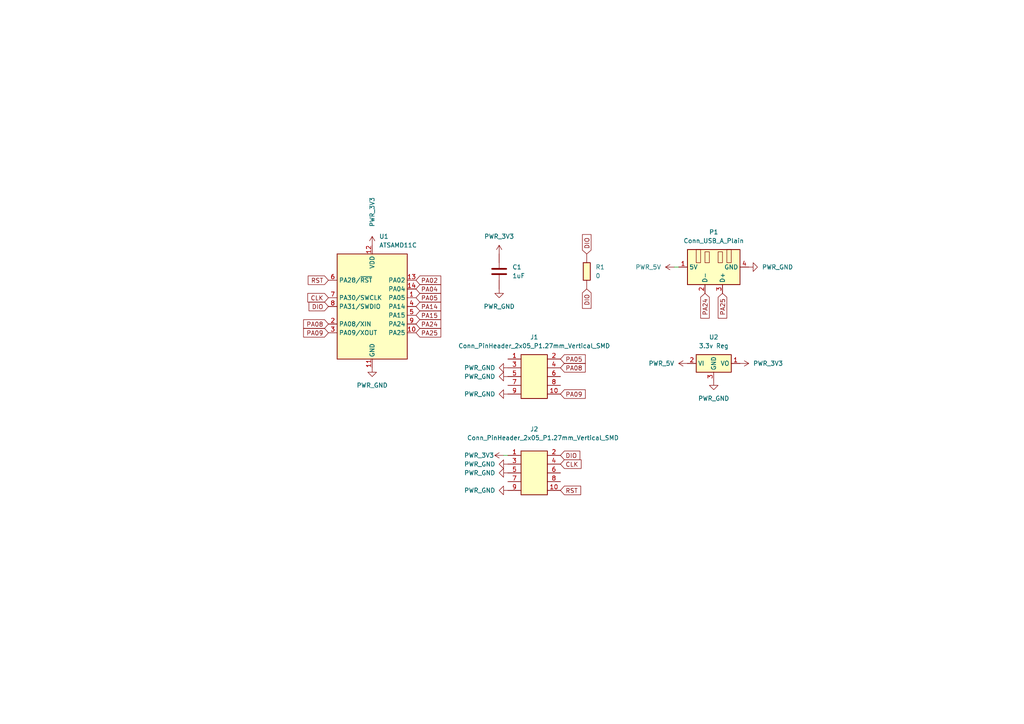
<source format=kicad_sch>
(kicad_sch (version 20211123) (generator eeschema)

  (uuid 55992e35-fe7b-468a-9b7a-1e4dc931b904)

  (paper "A4")

  (lib_symbols
    (symbol "MCU_Microchip_SAMD:ATSAMD11C14A-SS" (in_bom yes) (on_board yes)
      (property "Reference" "U" (id 0) (at -10.16 16.51 0)
        (effects (font (size 1.27 1.27)) (justify left))
      )
      (property "Value" "ATSAMD11C14A-SS" (id 1) (at 1.27 16.51 0)
        (effects (font (size 1.27 1.27)) (justify left))
      )
      (property "Footprint" "Package_SO:SOIC-14_3.9x8.7mm_P1.27mm" (id 2) (at 0 -26.67 0)
        (effects (font (size 1.27 1.27)) hide)
      )
      (property "Datasheet" "http://ww1.microchip.com/downloads/en/DeviceDoc/Atmel-42363-SAM-D11_Datasheet.pdf" (id 3) (at 0 -17.78 0)
        (effects (font (size 1.27 1.27)) hide)
      )
      (property "ki_keywords" "32-bit ARM Cortex-M0+ MCU Microcontroller" (id 4) (at 0 0 0)
        (effects (font (size 1.27 1.27)) hide)
      )
      (property "ki_description" "ARM Cortex-M0+ MCU, 48MHz, 16KB Flash, 4KB RAM, 1.6-3.6V, 18 GPIO, SOIC-14" (id 5) (at 0 0 0)
        (effects (font (size 1.27 1.27)) hide)
      )
      (property "ki_fp_filters" "SOIC*3.9x8.7mm*P1.27mm*" (id 6) (at 0 0 0)
        (effects (font (size 1.27 1.27)) hide)
      )
      (symbol "ATSAMD11C14A-SS_0_1"
        (rectangle (start -10.16 15.24) (end 10.16 -15.24)
          (stroke (width 0.254) (type default) (color 0 0 0 0))
          (fill (type background))
        )
      )
      (symbol "ATSAMD11C14A-SS_1_1"
        (pin bidirectional line (at 12.7 2.54 180) (length 2.54)
          (name "PA05" (effects (font (size 1.27 1.27))))
          (number "1" (effects (font (size 1.27 1.27))))
        )
        (pin bidirectional line (at 12.7 -7.62 180) (length 2.54)
          (name "PA25" (effects (font (size 1.27 1.27))))
          (number "10" (effects (font (size 1.27 1.27))))
        )
        (pin power_in line (at 0 -17.78 90) (length 2.54)
          (name "GND" (effects (font (size 1.27 1.27))))
          (number "11" (effects (font (size 1.27 1.27))))
        )
        (pin power_in line (at 0 17.78 270) (length 2.54)
          (name "VDD" (effects (font (size 1.27 1.27))))
          (number "12" (effects (font (size 1.27 1.27))))
        )
        (pin bidirectional line (at 12.7 7.62 180) (length 2.54)
          (name "PA02" (effects (font (size 1.27 1.27))))
          (number "13" (effects (font (size 1.27 1.27))))
        )
        (pin bidirectional line (at 12.7 5.08 180) (length 2.54)
          (name "PA04" (effects (font (size 1.27 1.27))))
          (number "14" (effects (font (size 1.27 1.27))))
        )
        (pin bidirectional line (at -12.7 -5.08 0) (length 2.54)
          (name "PA08/XIN" (effects (font (size 1.27 1.27))))
          (number "2" (effects (font (size 1.27 1.27))))
        )
        (pin bidirectional line (at -12.7 -7.62 0) (length 2.54)
          (name "PA09/XOUT" (effects (font (size 1.27 1.27))))
          (number "3" (effects (font (size 1.27 1.27))))
        )
        (pin bidirectional line (at 12.7 0 180) (length 2.54)
          (name "PA14" (effects (font (size 1.27 1.27))))
          (number "4" (effects (font (size 1.27 1.27))))
        )
        (pin bidirectional line (at 12.7 -2.54 180) (length 2.54)
          (name "PA15" (effects (font (size 1.27 1.27))))
          (number "5" (effects (font (size 1.27 1.27))))
        )
        (pin bidirectional line (at -12.7 7.62 0) (length 2.54)
          (name "PA28/~{RST}" (effects (font (size 1.27 1.27))))
          (number "6" (effects (font (size 1.27 1.27))))
        )
        (pin bidirectional line (at -12.7 2.54 0) (length 2.54)
          (name "PA30/SWCLK" (effects (font (size 1.27 1.27))))
          (number "7" (effects (font (size 1.27 1.27))))
        )
        (pin bidirectional line (at -12.7 0 0) (length 2.54)
          (name "PA31/SWDIO" (effects (font (size 1.27 1.27))))
          (number "8" (effects (font (size 1.27 1.27))))
        )
        (pin bidirectional line (at 12.7 -5.08 180) (length 2.54)
          (name "PA24" (effects (font (size 1.27 1.27))))
          (number "9" (effects (font (size 1.27 1.27))))
        )
      )
    )
    (symbol "fab:C_1206" (pin_numbers hide) (in_bom yes) (on_board yes)
      (property "Reference" "C" (id 0) (at 0.635 2.54 0)
        (effects (font (size 1.27 1.27)) (justify left))
      )
      (property "Value" "C_1206" (id 1) (at 0.635 -2.54 0)
        (effects (font (size 1.27 1.27)) (justify left))
      )
      (property "Footprint" "fab:C_1206" (id 2) (at 0 0 0)
        (effects (font (size 1.27 1.27)) hide)
      )
      (property "Datasheet" "https://www.yageo.com/upload/media/product/productsearch/datasheet/mlcc/UPY-GP_NP0_16V-to-50V_18.pdf" (id 3) (at 0 0 0)
        (effects (font (size 1.27 1.27)) hide)
      )
      (property "ki_keywords" "cap capacitor unpolarized 1206 C" (id 4) (at 0 0 0)
        (effects (font (size 1.27 1.27)) hide)
      )
      (property "ki_description" "Unpolarized capacitor, SMD, 1206" (id 5) (at 0 0 0)
        (effects (font (size 1.27 1.27)) hide)
      )
      (property "ki_fp_filters" "*C*" (id 6) (at 0 0 0)
        (effects (font (size 1.27 1.27)) hide)
      )
      (symbol "C_1206_0_1"
        (polyline
          (pts
            (xy -2.032 -0.762)
            (xy 2.032 -0.762)
          )
          (stroke (width 0.508) (type default) (color 0 0 0 0))
          (fill (type none))
        )
        (polyline
          (pts
            (xy -2.032 0.762)
            (xy 2.032 0.762)
          )
          (stroke (width 0.508) (type default) (color 0 0 0 0))
          (fill (type none))
        )
        (polyline
          (pts
            (xy 0 -0.635)
            (xy 0 -2.54)
          )
          (stroke (width 0) (type default) (color 0 0 0 0))
          (fill (type none))
        )
        (polyline
          (pts
            (xy 0 0.635)
            (xy 0 2.54)
          )
          (stroke (width 0) (type default) (color 0 0 0 0))
          (fill (type none))
        )
      )
      (symbol "C_1206_1_1"
        (pin passive line (at 0 5.08 270) (length 2.54)
          (name "~" (effects (font (size 1.27 1.27))))
          (number "1" (effects (font (size 1.27 1.27))))
        )
        (pin passive line (at 0 -5.08 90) (length 2.54)
          (name "~" (effects (font (size 1.27 1.27))))
          (number "2" (effects (font (size 1.27 1.27))))
        )
      )
    )
    (symbol "fab:Conn_PinHeader_2x05_P1.27mm_Vertical_SMD" (pin_names hide) (in_bom yes) (on_board yes)
      (property "Reference" "J" (id 0) (at 0 7.62 0)
        (effects (font (size 1.27 1.27)))
      )
      (property "Value" "Conn_PinHeader_2x05_P1.27mm_Vertical_SMD" (id 1) (at 0 -7.62 0)
        (effects (font (size 1.27 1.27)))
      )
      (property "Footprint" "fab:PinHeader_2x05_P1.27mm_Vertical_SMD" (id 2) (at 0 0 0)
        (effects (font (size 1.27 1.27)) hide)
      )
      (property "Datasheet" "https://cdn.amphenol-icc.com/media/wysiwyg/files/drawing/20021121.pdf" (id 3) (at 0 0 0)
        (effects (font (size 1.27 1.27)) hide)
      )
      (property "ki_keywords" "connector" (id 4) (at 0 0 0)
        (effects (font (size 1.27 1.27)) hide)
      )
      (property "ki_description" "Connector Header Surface Mount 10 position 0.050\" (1.27mm)" (id 5) (at 0 0 0)
        (effects (font (size 1.27 1.27)) hide)
      )
      (property "ki_fp_filters" "*PinHeader*2x05*" (id 6) (at 0 0 0)
        (effects (font (size 1.27 1.27)) hide)
      )
      (symbol "Conn_PinHeader_2x05_P1.27mm_Vertical_SMD_1_1"
        (rectangle (start -3.81 6.35) (end 3.81 -6.35)
          (stroke (width 0.254) (type default) (color 0 0 0 0))
          (fill (type background))
        )
        (pin passive line (at -7.62 5.08 0) (length 3.81)
          (name "Pin_1" (effects (font (size 1.27 1.27))))
          (number "1" (effects (font (size 1.27 1.27))))
        )
        (pin passive line (at 7.62 -5.08 180) (length 3.81)
          (name "Pin_10" (effects (font (size 1.27 1.27))))
          (number "10" (effects (font (size 1.27 1.27))))
        )
        (pin passive line (at 7.62 5.08 180) (length 3.81)
          (name "Pin_2" (effects (font (size 1.27 1.27))))
          (number "2" (effects (font (size 1.27 1.27))))
        )
        (pin passive line (at -7.62 2.54 0) (length 3.81)
          (name "Pin_3" (effects (font (size 1.27 1.27))))
          (number "3" (effects (font (size 1.27 1.27))))
        )
        (pin passive line (at 7.62 2.54 180) (length 3.81)
          (name "Pin_4" (effects (font (size 1.27 1.27))))
          (number "4" (effects (font (size 1.27 1.27))))
        )
        (pin passive line (at -7.62 0 0) (length 3.81)
          (name "Pin_5" (effects (font (size 1.27 1.27))))
          (number "5" (effects (font (size 1.27 1.27))))
        )
        (pin passive line (at 7.62 0 180) (length 3.81)
          (name "Pin_6" (effects (font (size 1.27 1.27))))
          (number "6" (effects (font (size 1.27 1.27))))
        )
        (pin passive line (at -7.62 -2.54 0) (length 3.81)
          (name "Pin_7" (effects (font (size 1.27 1.27))))
          (number "7" (effects (font (size 1.27 1.27))))
        )
        (pin passive line (at 7.62 -2.54 180) (length 3.81)
          (name "Pin_8" (effects (font (size 1.27 1.27))))
          (number "8" (effects (font (size 1.27 1.27))))
        )
        (pin passive line (at -7.62 -5.08 0) (length 3.81)
          (name "Pin_9" (effects (font (size 1.27 1.27))))
          (number "9" (effects (font (size 1.27 1.27))))
        )
      )
    )
    (symbol "fab:Conn_USB_A_Plain" (in_bom yes) (on_board yes)
      (property "Reference" "P" (id 0) (at -5.08 8.89 0)
        (effects (font (size 1.27 1.27)) (justify left))
      )
      (property "Value" "Conn_USB_A_Plain" (id 1) (at 1.27 8.89 0)
        (effects (font (size 1.27 1.27)) (justify left))
      )
      (property "Footprint" "fab:Conn_USB_A_Plain" (id 2) (at 0 0 0)
        (effects (font (size 1.27 1.27)) hide)
      )
      (property "Datasheet" "~" (id 3) (at 0 0 0)
        (effects (font (size 1.27 1.27)) hide)
      )
      (property "ki_keywords" "usb type-a connector plug" (id 4) (at 0 0 0)
        (effects (font (size 1.27 1.27)) hide)
      )
      (property "ki_description" "Plain USB connector that can be milled with as PCB milling machine " (id 5) (at 0 0 0)
        (effects (font (size 1.27 1.27)) hide)
      )
      (property "ki_fp_filters" "*USB*A*" (id 6) (at 0 0 0)
        (effects (font (size 1.27 1.27)) hide)
      )
      (symbol "Conn_USB_A_Plain_0_1"
        (rectangle (start -5.08 7.62) (end 5.08 -7.62)
          (stroke (width 0.254) (type default) (color 0 0 0 0))
          (fill (type background))
        )
        (rectangle (start 1.27 -3.81) (end 5.08 -5.08)
          (stroke (width 0) (type default) (color 0 0 0 0))
          (fill (type none))
        )
        (rectangle (start 1.27 -1.27) (end 4.445 -2.54)
          (stroke (width 0) (type default) (color 0 0 0 0))
          (fill (type none))
        )
        (rectangle (start 1.27 2.54) (end 4.445 1.27)
          (stroke (width 0) (type default) (color 0 0 0 0))
          (fill (type none))
        )
        (rectangle (start 1.27 5.08) (end 5.08 3.81)
          (stroke (width 0) (type default) (color 0 0 0 0))
          (fill (type none))
        )
      )
      (symbol "Conn_USB_A_Plain_1_1"
        (pin power_in line (at 0 10.16 270) (length 2.54)
          (name "5V" (effects (font (size 1.27 1.27))))
          (number "1" (effects (font (size 1.27 1.27))))
        )
        (pin bidirectional line (at -7.62 2.54 0) (length 2.54)
          (name "D-" (effects (font (size 1.27 1.27))))
          (number "2" (effects (font (size 1.27 1.27))))
        )
        (pin bidirectional line (at -7.62 -2.54 0) (length 2.54)
          (name "D+" (effects (font (size 1.27 1.27))))
          (number "3" (effects (font (size 1.27 1.27))))
        )
        (pin power_in line (at 0 -10.16 90) (length 2.54)
          (name "GND" (effects (font (size 1.27 1.27))))
          (number "4" (effects (font (size 1.27 1.27))))
        )
      )
    )
    (symbol "fab:PWR_3V3" (power) (pin_names (offset 0)) (in_bom yes) (on_board yes)
      (property "Reference" "#PWR" (id 0) (at 0 -3.81 0)
        (effects (font (size 1.27 1.27)) hide)
      )
      (property "Value" "PWR_3V3" (id 1) (at 0 3.556 0)
        (effects (font (size 1.27 1.27)))
      )
      (property "Footprint" "" (id 2) (at 0 0 0)
        (effects (font (size 1.27 1.27)) hide)
      )
      (property "Datasheet" "" (id 3) (at 0 0 0)
        (effects (font (size 1.27 1.27)) hide)
      )
      (property "ki_keywords" "power-flag" (id 4) (at 0 0 0)
        (effects (font (size 1.27 1.27)) hide)
      )
      (property "ki_description" "Power symbol creates a global label with name \"+3V3\"" (id 5) (at 0 0 0)
        (effects (font (size 1.27 1.27)) hide)
      )
      (symbol "PWR_3V3_0_1"
        (polyline
          (pts
            (xy -0.762 1.27)
            (xy 0 2.54)
          )
          (stroke (width 0) (type default) (color 0 0 0 0))
          (fill (type none))
        )
        (polyline
          (pts
            (xy 0 0)
            (xy 0 2.54)
          )
          (stroke (width 0) (type default) (color 0 0 0 0))
          (fill (type none))
        )
        (polyline
          (pts
            (xy 0 2.54)
            (xy 0.762 1.27)
          )
          (stroke (width 0) (type default) (color 0 0 0 0))
          (fill (type none))
        )
      )
      (symbol "PWR_3V3_1_1"
        (pin power_in line (at 0 0 90) (length 0) hide
          (name "PWR_3V3" (effects (font (size 1.27 1.27))))
          (number "1" (effects (font (size 1.27 1.27))))
        )
      )
    )
    (symbol "fab:PWR_5V" (power) (pin_names (offset 0)) (in_bom yes) (on_board yes)
      (property "Reference" "#PWR" (id 0) (at 0 -3.81 0)
        (effects (font (size 1.27 1.27)) hide)
      )
      (property "Value" "PWR_5V" (id 1) (at 0 3.556 0)
        (effects (font (size 1.27 1.27)))
      )
      (property "Footprint" "" (id 2) (at 0 0 0)
        (effects (font (size 1.27 1.27)) hide)
      )
      (property "Datasheet" "" (id 3) (at 0 0 0)
        (effects (font (size 1.27 1.27)) hide)
      )
      (property "ki_keywords" "power-flag" (id 4) (at 0 0 0)
        (effects (font (size 1.27 1.27)) hide)
      )
      (property "ki_description" "Power symbol creates a global label with name \"+5V\"" (id 5) (at 0 0 0)
        (effects (font (size 1.27 1.27)) hide)
      )
      (symbol "PWR_5V_0_1"
        (polyline
          (pts
            (xy -0.762 1.27)
            (xy 0 2.54)
          )
          (stroke (width 0) (type default) (color 0 0 0 0))
          (fill (type none))
        )
        (polyline
          (pts
            (xy 0 0)
            (xy 0 2.54)
          )
          (stroke (width 0) (type default) (color 0 0 0 0))
          (fill (type none))
        )
        (polyline
          (pts
            (xy 0 2.54)
            (xy 0.762 1.27)
          )
          (stroke (width 0) (type default) (color 0 0 0 0))
          (fill (type none))
        )
      )
      (symbol "PWR_5V_1_1"
        (pin power_in line (at 0 0 90) (length 0) hide
          (name "PWR_5V" (effects (font (size 1.27 1.27))))
          (number "1" (effects (font (size 1.27 1.27))))
        )
      )
    )
    (symbol "fab:PWR_GND" (power) (pin_names (offset 0)) (in_bom yes) (on_board yes)
      (property "Reference" "#PWR" (id 0) (at 0 -6.35 0)
        (effects (font (size 1.27 1.27)) hide)
      )
      (property "Value" "PWR_GND" (id 1) (at 0 -3.81 0)
        (effects (font (size 1.27 1.27)))
      )
      (property "Footprint" "" (id 2) (at 0 0 0)
        (effects (font (size 1.27 1.27)) hide)
      )
      (property "Datasheet" "" (id 3) (at 0 0 0)
        (effects (font (size 1.27 1.27)) hide)
      )
      (property "ki_keywords" "power-flag" (id 4) (at 0 0 0)
        (effects (font (size 1.27 1.27)) hide)
      )
      (property "ki_description" "Power symbol creates a global label with name \"GND\" , ground" (id 5) (at 0 0 0)
        (effects (font (size 1.27 1.27)) hide)
      )
      (symbol "PWR_GND_0_1"
        (polyline
          (pts
            (xy 0 0)
            (xy 0 -1.27)
            (xy 1.27 -1.27)
            (xy 0 -2.54)
            (xy -1.27 -1.27)
            (xy 0 -1.27)
          )
          (stroke (width 0) (type default) (color 0 0 0 0))
          (fill (type none))
        )
      )
      (symbol "PWR_GND_1_1"
        (pin power_in line (at 0 0 270) (length 0) hide
          (name "PWR_GND" (effects (font (size 1.27 1.27))))
          (number "1" (effects (font (size 1.27 1.27))))
        )
      )
    )
    (symbol "fab:R_1206" (pin_numbers hide) (pin_names (offset 0)) (in_bom yes) (on_board yes)
      (property "Reference" "R" (id 0) (at 2.54 0 90)
        (effects (font (size 1.27 1.27)))
      )
      (property "Value" "R_1206" (id 1) (at -2.54 0 90)
        (effects (font (size 1.27 1.27)))
      )
      (property "Footprint" "fab:R_1206" (id 2) (at 0 0 90)
        (effects (font (size 1.27 1.27)) hide)
      )
      (property "Datasheet" "~" (id 3) (at 0 0 0)
        (effects (font (size 1.27 1.27)) hide)
      )
      (property "ki_keywords" "R res resistor RC1206FR-070RL RC1206FR-071RL RC1206FR-0710RL RC1206FR-07100RL RC1206FR-07499RL RC1206FR-071KL RC1206FR-074K99L RC1206FR-0710KL RC1206FR-07100KL RC1206FR-071ML RC1206FR-0710ML" (id 4) (at 0 0 0)
        (effects (font (size 1.27 1.27)) hide)
      )
      (property "ki_description" "Resistor" (id 5) (at 0 0 0)
        (effects (font (size 1.27 1.27)) hide)
      )
      (property "ki_fp_filters" "*R*1206*" (id 6) (at 0 0 0)
        (effects (font (size 1.27 1.27)) hide)
      )
      (symbol "R_1206_0_1"
        (rectangle (start -1.016 -2.54) (end 1.016 2.54)
          (stroke (width 0.254) (type default) (color 0 0 0 0))
          (fill (type background))
        )
      )
      (symbol "R_1206_1_1"
        (pin passive line (at 0 5.08 270) (length 2.54)
          (name "~" (effects (font (size 1.27 1.27))))
          (number "1" (effects (font (size 1.27 1.27))))
        )
        (pin passive line (at 0 -5.08 90) (length 2.54)
          (name "~" (effects (font (size 1.27 1.27))))
          (number "2" (effects (font (size 1.27 1.27))))
        )
      )
    )
    (symbol "fab:Regulator_Linear_LM3480-3.3V-100mA" (in_bom yes) (on_board yes)
      (property "Reference" "U" (id 0) (at -5.08 6.35 0)
        (effects (font (size 1.27 1.27)) (justify left))
      )
      (property "Value" "Regulator_Linear_LM3480-3.3V-100mA" (id 1) (at -5.08 3.81 0)
        (effects (font (size 1.27 1.27)) (justify left))
      )
      (property "Footprint" "fab:SOT-23" (id 2) (at 0 0 0)
        (effects (font (size 1.27 1.27) italic) hide)
      )
      (property "Datasheet" "https://www.ti.com/lit/ds/symlink/lm3480.pdf" (id 3) (at 0 0 0)
        (effects (font (size 1.27 1.27)) hide)
      )
      (property "ki_keywords" "ldo linear fixed positive" (id 4) (at 0 0 0)
        (effects (font (size 1.27 1.27)) hide)
      )
      (property "ki_description" "100mA, Quasi Low Dropout Voltage Regulator, 3.3V positive fixed output, SOT-23 package" (id 5) (at 0 0 0)
        (effects (font (size 1.27 1.27)) hide)
      )
      (property "ki_fp_filters" "SOT?23*" (id 6) (at 0 0 0)
        (effects (font (size 1.27 1.27)) hide)
      )
      (symbol "Regulator_Linear_LM3480-3.3V-100mA_0_1"
        (rectangle (start -5.08 2.54) (end 5.08 -2.54)
          (stroke (width 0.254) (type default) (color 0 0 0 0))
          (fill (type background))
        )
      )
      (symbol "Regulator_Linear_LM3480-3.3V-100mA_1_1"
        (pin power_out line (at 7.62 0 180) (length 2.54)
          (name "VO" (effects (font (size 1.27 1.27))))
          (number "1" (effects (font (size 1.27 1.27))))
        )
        (pin power_in line (at -7.62 0 0) (length 2.54)
          (name "VI" (effects (font (size 1.27 1.27))))
          (number "2" (effects (font (size 1.27 1.27))))
        )
        (pin power_in line (at 0 -5.08 90) (length 2.54)
          (name "GND" (effects (font (size 1.27 1.27))))
          (number "3" (effects (font (size 1.27 1.27))))
        )
      )
    )
  )


  (wire (pts (xy 146.05 132.08) (xy 147.32 132.08))
    (stroke (width 0) (type default) (color 0 0 0 0))
    (uuid 48c77c8e-f9ec-4ba8-87d7-c0d47f740b77)
  )
  (wire (pts (xy 195.58 77.47) (xy 196.85 77.47))
    (stroke (width 0) (type default) (color 0 0 0 0))
    (uuid f3f6a32b-8e90-42ad-b5bd-ae7002c6025f)
  )

  (global_label "PA09" (shape input) (at 162.56 114.3 0) (fields_autoplaced)
    (effects (font (size 1.27 1.27)) (justify left))
    (uuid 037a78c9-507b-478e-ab4d-9f51a4b3ec4f)
    (property "Intersheet References" "${INTERSHEET_REFS}" (id 0) (at 169.7507 114.2206 0)
      (effects (font (size 1.27 1.27)) (justify left) hide)
    )
  )
  (global_label "RST" (shape input) (at 95.25 81.28 180) (fields_autoplaced)
    (effects (font (size 1.27 1.27)) (justify right))
    (uuid 126bbaab-ef4d-4250-a432-3f76650cbe84)
    (property "Intersheet References" "${INTERSHEET_REFS}" (id 0) (at 89.3898 81.2006 0)
      (effects (font (size 1.27 1.27)) (justify right) hide)
    )
  )
  (global_label "PA05" (shape input) (at 162.56 104.14 0) (fields_autoplaced)
    (effects (font (size 1.27 1.27)) (justify left))
    (uuid 187f76da-d4fe-4dd2-8954-f1d619b47e9b)
    (property "Intersheet References" "${INTERSHEET_REFS}" (id 0) (at 169.7507 104.0606 0)
      (effects (font (size 1.27 1.27)) (justify left) hide)
    )
  )
  (global_label "CLK" (shape input) (at 95.25 86.36 180) (fields_autoplaced)
    (effects (font (size 1.27 1.27)) (justify right))
    (uuid 1b70174d-0070-4dc5-b8e5-1523dd104b23)
    (property "Intersheet References" "${INTERSHEET_REFS}" (id 0) (at 89.2688 86.2806 0)
      (effects (font (size 1.27 1.27)) (justify right) hide)
    )
  )
  (global_label "RST" (shape input) (at 162.56 142.24 0) (fields_autoplaced)
    (effects (font (size 1.27 1.27)) (justify left))
    (uuid 1de0e577-ad2d-4d7f-b020-d0e8bd65f55f)
    (property "Intersheet References" "${INTERSHEET_REFS}" (id 0) (at 168.4202 142.1606 0)
      (effects (font (size 1.27 1.27)) (justify left) hide)
    )
  )
  (global_label "PA04" (shape input) (at 120.65 83.82 0) (fields_autoplaced)
    (effects (font (size 1.27 1.27)) (justify left))
    (uuid 60be2184-8936-4f64-a6ac-69ef63ceb310)
    (property "Intersheet References" "${INTERSHEET_REFS}" (id 0) (at 127.8407 83.7406 0)
      (effects (font (size 1.27 1.27)) (justify left) hide)
    )
  )
  (global_label "PA08" (shape input) (at 162.56 106.68 0) (fields_autoplaced)
    (effects (font (size 1.27 1.27)) (justify left))
    (uuid 638734f1-affc-4759-a27e-b3f14ad56fbb)
    (property "Intersheet References" "${INTERSHEET_REFS}" (id 0) (at 169.7507 106.6006 0)
      (effects (font (size 1.27 1.27)) (justify left) hide)
    )
  )
  (global_label "CLK" (shape input) (at 162.56 134.62 0) (fields_autoplaced)
    (effects (font (size 1.27 1.27)) (justify left))
    (uuid 64ac4379-e274-4e67-8e3d-b9617c5e2e2f)
    (property "Intersheet References" "${INTERSHEET_REFS}" (id 0) (at 168.5412 134.5406 0)
      (effects (font (size 1.27 1.27)) (justify left) hide)
    )
  )
  (global_label "PA14" (shape input) (at 120.65 88.9 0) (fields_autoplaced)
    (effects (font (size 1.27 1.27)) (justify left))
    (uuid 65603b80-5613-4eec-9758-7461d7028716)
    (property "Intersheet References" "${INTERSHEET_REFS}" (id 0) (at 127.8407 88.8206 0)
      (effects (font (size 1.27 1.27)) (justify left) hide)
    )
  )
  (global_label "DIO" (shape input) (at 170.18 83.82 270) (fields_autoplaced)
    (effects (font (size 1.27 1.27)) (justify right))
    (uuid 6e1db7e3-4b71-4806-8c9e-112e2d4ec47d)
    (property "Intersheet References" "${INTERSHEET_REFS}" (id 0) (at 170.1006 89.4383 90)
      (effects (font (size 1.27 1.27)) (justify right) hide)
    )
  )
  (global_label "PA15" (shape input) (at 120.65 91.44 0) (fields_autoplaced)
    (effects (font (size 1.27 1.27)) (justify left))
    (uuid 92fec8a1-499e-43a7-874b-06ad8836e67e)
    (property "Intersheet References" "${INTERSHEET_REFS}" (id 0) (at 127.8407 91.3606 0)
      (effects (font (size 1.27 1.27)) (justify left) hide)
    )
  )
  (global_label "PA08" (shape input) (at 95.25 93.98 180) (fields_autoplaced)
    (effects (font (size 1.27 1.27)) (justify right))
    (uuid 972776c4-4b54-4f63-af9d-e733e1e9dcd7)
    (property "Intersheet References" "${INTERSHEET_REFS}" (id 0) (at 88.0593 93.9006 0)
      (effects (font (size 1.27 1.27)) (justify right) hide)
    )
  )
  (global_label "DIO" (shape input) (at 162.56 132.08 0) (fields_autoplaced)
    (effects (font (size 1.27 1.27)) (justify left))
    (uuid 97c29742-534b-413f-b48a-2439263f0d9e)
    (property "Intersheet References" "${INTERSHEET_REFS}" (id 0) (at 168.1783 132.0006 0)
      (effects (font (size 1.27 1.27)) (justify left) hide)
    )
  )
  (global_label "PA25" (shape input) (at 120.65 96.52 0) (fields_autoplaced)
    (effects (font (size 1.27 1.27)) (justify left))
    (uuid a756da98-7325-4c32-849b-4337bfecb1e5)
    (property "Intersheet References" "${INTERSHEET_REFS}" (id 0) (at 127.8407 96.4406 0)
      (effects (font (size 1.27 1.27)) (justify left) hide)
    )
  )
  (global_label "PA24" (shape input) (at 204.47 85.09 270) (fields_autoplaced)
    (effects (font (size 1.27 1.27)) (justify right))
    (uuid af4938e9-b334-4b8a-bef5-05a45081fecf)
    (property "Intersheet References" "${INTERSHEET_REFS}" (id 0) (at 204.3906 92.2807 90)
      (effects (font (size 1.27 1.27)) (justify right) hide)
    )
  )
  (global_label "PA02" (shape input) (at 120.65 81.28 0) (fields_autoplaced)
    (effects (font (size 1.27 1.27)) (justify left))
    (uuid b35ec5d3-2b81-4f3e-b00f-fe2493037c29)
    (property "Intersheet References" "${INTERSHEET_REFS}" (id 0) (at 127.8407 81.2006 0)
      (effects (font (size 1.27 1.27)) (justify left) hide)
    )
  )
  (global_label "PA09" (shape input) (at 95.25 96.52 180) (fields_autoplaced)
    (effects (font (size 1.27 1.27)) (justify right))
    (uuid bc551e28-c677-4ac2-9cbf-ad5174eee133)
    (property "Intersheet References" "${INTERSHEET_REFS}" (id 0) (at 88.0593 96.4406 0)
      (effects (font (size 1.27 1.27)) (justify right) hide)
    )
  )
  (global_label "DIO" (shape input) (at 170.18 73.66 90) (fields_autoplaced)
    (effects (font (size 1.27 1.27)) (justify left))
    (uuid d5a8e7a9-bb14-41a4-b1dd-942972499bfa)
    (property "Intersheet References" "${INTERSHEET_REFS}" (id 0) (at 170.1006 68.0417 90)
      (effects (font (size 1.27 1.27)) (justify left) hide)
    )
  )
  (global_label "DIO" (shape input) (at 95.25 88.9 180) (fields_autoplaced)
    (effects (font (size 1.27 1.27)) (justify right))
    (uuid e254347f-5f0e-4436-9934-4c510317c436)
    (property "Intersheet References" "${INTERSHEET_REFS}" (id 0) (at 89.6317 88.8206 0)
      (effects (font (size 1.27 1.27)) (justify right) hide)
    )
  )
  (global_label "PA25" (shape input) (at 209.55 85.09 270) (fields_autoplaced)
    (effects (font (size 1.27 1.27)) (justify right))
    (uuid e6435d88-c640-402d-b6eb-f1add5cc8cf3)
    (property "Intersheet References" "${INTERSHEET_REFS}" (id 0) (at 209.4706 92.2807 90)
      (effects (font (size 1.27 1.27)) (justify right) hide)
    )
  )
  (global_label "PA05" (shape input) (at 120.65 86.36 0) (fields_autoplaced)
    (effects (font (size 1.27 1.27)) (justify left))
    (uuid e99f68f0-220e-444f-b9c5-71d3cc967a3b)
    (property "Intersheet References" "${INTERSHEET_REFS}" (id 0) (at 127.8407 86.2806 0)
      (effects (font (size 1.27 1.27)) (justify left) hide)
    )
  )
  (global_label "PA24" (shape input) (at 120.65 93.98 0) (fields_autoplaced)
    (effects (font (size 1.27 1.27)) (justify left))
    (uuid fa294a6c-6fb8-494f-ab2c-230c0ddc3232)
    (property "Intersheet References" "${INTERSHEET_REFS}" (id 0) (at 127.8407 93.9006 0)
      (effects (font (size 1.27 1.27)) (justify left) hide)
    )
  )

  (symbol (lib_id "fab:PWR_5V") (at 195.58 77.47 90) (unit 1)
    (in_bom yes) (on_board yes) (fields_autoplaced)
    (uuid 05a2a3aa-3cc7-40dc-a9eb-28613e725053)
    (property "Reference" "#PWR?" (id 0) (at 199.39 77.47 0)
      (effects (font (size 1.27 1.27)) hide)
    )
    (property "Value" "PWR_5V" (id 1) (at 191.77 77.4699 90)
      (effects (font (size 1.27 1.27)) (justify left))
    )
    (property "Footprint" "" (id 2) (at 195.58 77.47 0)
      (effects (font (size 1.27 1.27)) hide)
    )
    (property "Datasheet" "" (id 3) (at 195.58 77.47 0)
      (effects (font (size 1.27 1.27)) hide)
    )
    (pin "1" (uuid 34d6234a-b359-475d-bd4e-e4464ca90d41))
  )

  (symbol (lib_id "fab:PWR_GND") (at 147.32 137.16 270) (unit 1)
    (in_bom yes) (on_board yes)
    (uuid 1848e4b5-7eab-496e-8c95-80ad7c949721)
    (property "Reference" "#PWR0103" (id 0) (at 140.97 137.16 0)
      (effects (font (size 1.27 1.27)) hide)
    )
    (property "Value" "PWR_GND" (id 1) (at 134.62 137.16 90)
      (effects (font (size 1.27 1.27)) (justify left))
    )
    (property "Footprint" "" (id 2) (at 147.32 137.16 0)
      (effects (font (size 1.27 1.27)) hide)
    )
    (property "Datasheet" "" (id 3) (at 147.32 137.16 0)
      (effects (font (size 1.27 1.27)) hide)
    )
    (pin "1" (uuid d63624ec-11c6-4921-8127-d2e1a926f9be))
  )

  (symbol (lib_id "fab:PWR_GND") (at 147.32 134.62 270) (unit 1)
    (in_bom yes) (on_board yes)
    (uuid 1895590c-75aa-477b-bf80-71bb26198e9c)
    (property "Reference" "#PWR0105" (id 0) (at 140.97 134.62 0)
      (effects (font (size 1.27 1.27)) hide)
    )
    (property "Value" "PWR_GND" (id 1) (at 134.62 134.62 90)
      (effects (font (size 1.27 1.27)) (justify left))
    )
    (property "Footprint" "" (id 2) (at 147.32 134.62 0)
      (effects (font (size 1.27 1.27)) hide)
    )
    (property "Datasheet" "" (id 3) (at 147.32 134.62 0)
      (effects (font (size 1.27 1.27)) hide)
    )
    (pin "1" (uuid 5fbcf6a8-53e6-467c-baad-9ec2cffe6512))
  )

  (symbol (lib_id "fab:PWR_GND") (at 217.17 77.47 90) (unit 1)
    (in_bom yes) (on_board yes) (fields_autoplaced)
    (uuid 2cae97ea-1dc5-4d51-99f7-050860c416b9)
    (property "Reference" "#PWR0115" (id 0) (at 223.52 77.47 0)
      (effects (font (size 1.27 1.27)) hide)
    )
    (property "Value" "PWR_GND" (id 1) (at 220.98 77.4699 90)
      (effects (font (size 1.27 1.27)) (justify right))
    )
    (property "Footprint" "" (id 2) (at 217.17 77.47 0)
      (effects (font (size 1.27 1.27)) hide)
    )
    (property "Datasheet" "" (id 3) (at 217.17 77.47 0)
      (effects (font (size 1.27 1.27)) hide)
    )
    (pin "1" (uuid 7bc2448b-0d57-4906-9c7c-03c04475cb62))
  )

  (symbol (lib_id "fab:PWR_5V") (at 199.39 105.41 90) (unit 1)
    (in_bom yes) (on_board yes) (fields_autoplaced)
    (uuid 33ef6877-8124-41bd-942a-9c00276db28c)
    (property "Reference" "#PWR0109" (id 0) (at 203.2 105.41 0)
      (effects (font (size 1.27 1.27)) hide)
    )
    (property "Value" "PWR_5V" (id 1) (at 195.58 105.4099 90)
      (effects (font (size 1.27 1.27)) (justify left))
    )
    (property "Footprint" "" (id 2) (at 199.39 105.41 0)
      (effects (font (size 1.27 1.27)) hide)
    )
    (property "Datasheet" "" (id 3) (at 199.39 105.41 0)
      (effects (font (size 1.27 1.27)) hide)
    )
    (pin "1" (uuid 7ea676a1-4625-446e-a954-5c857f39e917))
  )

  (symbol (lib_id "fab:Conn_USB_A_Plain") (at 207.01 77.47 90) (unit 1)
    (in_bom yes) (on_board yes) (fields_autoplaced)
    (uuid 4e171e27-0952-4a5f-bd26-afc8662a6d9a)
    (property "Reference" "P1" (id 0) (at 207.01 67.31 90))
    (property "Value" "Conn_USB_A_Plain" (id 1) (at 207.01 69.85 90))
    (property "Footprint" "fab:Conn_USB_A_Plain" (id 2) (at 207.01 77.47 0)
      (effects (font (size 1.27 1.27)) hide)
    )
    (property "Datasheet" "~" (id 3) (at 207.01 77.47 0)
      (effects (font (size 1.27 1.27)) hide)
    )
    (pin "1" (uuid 241ce13e-c8b1-478b-8ebc-cce2a81df2bb))
    (pin "2" (uuid a818dbd6-8d05-4bed-8e76-065b136c4a97))
    (pin "3" (uuid ec08b450-01ec-4ec7-a2c0-7827a3b475fe))
    (pin "4" (uuid 64b46f63-6e09-4261-974e-314eb1064777))
  )

  (symbol (lib_id "fab:Conn_PinHeader_2x05_P1.27mm_Vertical_SMD") (at 154.94 137.16 0) (unit 1)
    (in_bom yes) (on_board yes)
    (uuid 53f0b1d5-7cba-43d7-9d8a-c6182e695929)
    (property "Reference" "J2" (id 0) (at 154.94 124.46 0))
    (property "Value" "Conn_PinHeader_2x05_P1.27mm_Vertical_SMD" (id 1) (at 157.48 127 0))
    (property "Footprint" "fab:PinHeader_2x05_P1.27mm_Vertical_SMD" (id 2) (at 154.94 137.16 0)
      (effects (font (size 1.27 1.27)) hide)
    )
    (property "Datasheet" "https://cdn.amphenol-icc.com/media/wysiwyg/files/drawing/20021121.pdf" (id 3) (at 154.94 137.16 0)
      (effects (font (size 1.27 1.27)) hide)
    )
    (pin "1" (uuid 99a7cfc8-5cbf-4d9c-aad3-f866de8a288d))
    (pin "10" (uuid b78043a5-7a02-4945-aa76-579ca8313cb9))
    (pin "2" (uuid b1bdb303-cb9b-4bc2-a172-da9546d29135))
    (pin "3" (uuid 82b4e16b-220e-4644-bf1c-0c096f491472))
    (pin "4" (uuid f239c5a8-dbfe-4237-89fc-56c709be30b1))
    (pin "5" (uuid 51e52e2d-6785-4c86-9dd7-8aebf7924453))
    (pin "6" (uuid f80c9353-1371-4ac2-a3fe-3c48b88b02f5))
    (pin "7" (uuid 6fecb7b3-ef3d-4da6-9d91-57f091c44310))
    (pin "8" (uuid fcd784d4-f3bc-4084-8a2a-7b74ccc9478b))
    (pin "9" (uuid cbfed367-b5ba-46b2-9266-1ffd7189ad3b))
  )

  (symbol (lib_id "fab:PWR_GND") (at 207.01 110.49 0) (unit 1)
    (in_bom yes) (on_board yes) (fields_autoplaced)
    (uuid 57947a75-5c7d-4f96-95ee-48e466b9bd93)
    (property "Reference" "#PWR0110" (id 0) (at 207.01 116.84 0)
      (effects (font (size 1.27 1.27)) hide)
    )
    (property "Value" "PWR_GND" (id 1) (at 207.01 115.57 0))
    (property "Footprint" "" (id 2) (at 207.01 110.49 0)
      (effects (font (size 1.27 1.27)) hide)
    )
    (property "Datasheet" "" (id 3) (at 207.01 110.49 0)
      (effects (font (size 1.27 1.27)) hide)
    )
    (pin "1" (uuid 57cacabc-73fb-43df-b057-ebb178f994df))
  )

  (symbol (lib_id "fab:PWR_GND") (at 107.95 106.68 0) (unit 1)
    (in_bom yes) (on_board yes) (fields_autoplaced)
    (uuid 5d301c75-a436-4dd5-94a1-bfd43d5095b2)
    (property "Reference" "#PWR0108" (id 0) (at 107.95 113.03 0)
      (effects (font (size 1.27 1.27)) hide)
    )
    (property "Value" "PWR_GND" (id 1) (at 107.95 111.76 0))
    (property "Footprint" "" (id 2) (at 107.95 106.68 0)
      (effects (font (size 1.27 1.27)) hide)
    )
    (property "Datasheet" "" (id 3) (at 107.95 106.68 0)
      (effects (font (size 1.27 1.27)) hide)
    )
    (pin "1" (uuid b6a5b490-4974-4f6f-b595-478a1c841e8a))
  )

  (symbol (lib_id "fab:PWR_GND") (at 147.32 114.3 270) (unit 1)
    (in_bom yes) (on_board yes)
    (uuid 682b38ab-d2a8-4fde-89f4-60688d7e3d4c)
    (property "Reference" "#PWR0114" (id 0) (at 140.97 114.3 0)
      (effects (font (size 1.27 1.27)) hide)
    )
    (property "Value" "PWR_GND" (id 1) (at 134.62 114.3 90)
      (effects (font (size 1.27 1.27)) (justify left))
    )
    (property "Footprint" "" (id 2) (at 147.32 114.3 0)
      (effects (font (size 1.27 1.27)) hide)
    )
    (property "Datasheet" "" (id 3) (at 147.32 114.3 0)
      (effects (font (size 1.27 1.27)) hide)
    )
    (pin "1" (uuid 074ab570-0127-4286-ab58-a4420a2c39ad))
  )

  (symbol (lib_id "fab:Regulator_Linear_LM3480-3.3V-100mA") (at 207.01 105.41 0) (unit 1)
    (in_bom yes) (on_board yes) (fields_autoplaced)
    (uuid 6f1e88e2-371a-4bca-8052-a79978db84c3)
    (property "Reference" "U2" (id 0) (at 207.01 97.79 0))
    (property "Value" "" (id 1) (at 207.01 100.33 0))
    (property "Footprint" "fab:SOT-23" (id 2) (at 207.01 105.41 0)
      (effects (font (size 1.27 1.27) italic) hide)
    )
    (property "Datasheet" "https://www.ti.com/lit/ds/symlink/lm3480.pdf" (id 3) (at 207.01 105.41 0)
      (effects (font (size 1.27 1.27)) hide)
    )
    (pin "1" (uuid d373566e-25ef-45cd-a306-6b71ebf26f4d))
    (pin "2" (uuid 72c400c5-9227-4533-89b7-64fc48cbb308))
    (pin "3" (uuid f2c2a8b8-50be-4098-b716-30d78176646b))
  )

  (symbol (lib_id "fab:PWR_3V3") (at 107.95 71.12 0) (unit 1)
    (in_bom yes) (on_board yes)
    (uuid 8af1d8ff-25c5-46ee-99d6-164393753964)
    (property "Reference" "#PWR0107" (id 0) (at 107.95 74.93 0)
      (effects (font (size 1.27 1.27)) hide)
    )
    (property "Value" "PWR_3V3" (id 1) (at 107.95 57.15 90)
      (effects (font (size 1.27 1.27)) (justify right))
    )
    (property "Footprint" "" (id 2) (at 107.95 71.12 0)
      (effects (font (size 1.27 1.27)) hide)
    )
    (property "Datasheet" "" (id 3) (at 107.95 71.12 0)
      (effects (font (size 1.27 1.27)) hide)
    )
    (pin "1" (uuid b1d02706-0ac9-4b18-8310-d619d42f4d38))
  )

  (symbol (lib_id "fab:C_1206") (at 144.78 78.74 0) (unit 1)
    (in_bom yes) (on_board yes) (fields_autoplaced)
    (uuid 8b26b427-5c95-4ed4-9360-47ff3a84c4a0)
    (property "Reference" "C1" (id 0) (at 148.59 77.4699 0)
      (effects (font (size 1.27 1.27)) (justify left))
    )
    (property "Value" "" (id 1) (at 148.59 80.0099 0)
      (effects (font (size 1.27 1.27)) (justify left))
    )
    (property "Footprint" "fab:C_1206" (id 2) (at 144.78 78.74 0)
      (effects (font (size 1.27 1.27)) hide)
    )
    (property "Datasheet" "https://www.yageo.com/upload/media/product/productsearch/datasheet/mlcc/UPY-GP_NP0_16V-to-50V_18.pdf" (id 3) (at 144.78 78.74 0)
      (effects (font (size 1.27 1.27)) hide)
    )
    (pin "1" (uuid d97e3707-fcbc-4198-85cc-a812eef10f9b))
    (pin "2" (uuid 35a6d796-b5b6-48f3-92ef-fb45306d24a3))
  )

  (symbol (lib_id "fab:Conn_PinHeader_2x05_P1.27mm_Vertical_SMD") (at 154.94 109.22 0) (unit 1)
    (in_bom yes) (on_board yes) (fields_autoplaced)
    (uuid 988c23bd-6bf9-4ea3-a1d5-3f5ff466a45e)
    (property "Reference" "J1" (id 0) (at 154.94 97.79 0))
    (property "Value" "Conn_PinHeader_2x05_P1.27mm_Vertical_SMD" (id 1) (at 154.94 100.33 0))
    (property "Footprint" "fab:PinHeader_2x05_P1.27mm_Vertical_SMD" (id 2) (at 154.94 109.22 0)
      (effects (font (size 1.27 1.27)) hide)
    )
    (property "Datasheet" "https://cdn.amphenol-icc.com/media/wysiwyg/files/drawing/20021121.pdf" (id 3) (at 154.94 109.22 0)
      (effects (font (size 1.27 1.27)) hide)
    )
    (pin "1" (uuid 917dba0e-1b1e-4fc1-b97b-7105df526305))
    (pin "10" (uuid 7e72304a-4161-4a22-8d65-75ee76dcdf69))
    (pin "2" (uuid c5c59683-c7c2-4b4e-928e-13e0f78a5fa5))
    (pin "3" (uuid 2f21cb60-1df5-4469-8858-6fe21b88fa8a))
    (pin "4" (uuid bdf0e688-b15d-45d8-a79c-81e4aaf38323))
    (pin "5" (uuid 2eb44e1a-4042-4ea6-aca2-4836a6ec84e9))
    (pin "6" (uuid 056f9cb3-715f-434f-b47c-815c372d9a5b))
    (pin "7" (uuid 22785b00-396f-44a8-8e08-62628c54033a))
    (pin "8" (uuid dde2f451-a39d-4356-be48-b264625a1f92))
    (pin "9" (uuid fa7a662e-0f2e-4762-a1b6-993570cda4cb))
  )

  (symbol (lib_id "fab:PWR_3V3") (at 146.05 132.08 90) (unit 1)
    (in_bom yes) (on_board yes)
    (uuid 9e300eea-c49c-4338-95f6-a56345350b66)
    (property "Reference" "#PWR0104" (id 0) (at 149.86 132.08 0)
      (effects (font (size 1.27 1.27)) hide)
    )
    (property "Value" "PWR_3V3" (id 1) (at 134.62 132.08 90)
      (effects (font (size 1.27 1.27)) (justify right))
    )
    (property "Footprint" "" (id 2) (at 146.05 132.08 0)
      (effects (font (size 1.27 1.27)) hide)
    )
    (property "Datasheet" "" (id 3) (at 146.05 132.08 0)
      (effects (font (size 1.27 1.27)) hide)
    )
    (pin "1" (uuid 43fc364f-5256-4e96-951a-71bad5708acb))
  )

  (symbol (lib_id "fab:PWR_GND") (at 147.32 109.22 270) (unit 1)
    (in_bom yes) (on_board yes)
    (uuid b007c585-4520-4b80-90ec-6fdabac64e13)
    (property "Reference" "#PWR0113" (id 0) (at 140.97 109.22 0)
      (effects (font (size 1.27 1.27)) hide)
    )
    (property "Value" "PWR_GND" (id 1) (at 134.62 109.22 90)
      (effects (font (size 1.27 1.27)) (justify left))
    )
    (property "Footprint" "" (id 2) (at 147.32 109.22 0)
      (effects (font (size 1.27 1.27)) hide)
    )
    (property "Datasheet" "" (id 3) (at 147.32 109.22 0)
      (effects (font (size 1.27 1.27)) hide)
    )
    (pin "1" (uuid f68f7ad2-c218-4168-86b9-e50381a94ccc))
  )

  (symbol (lib_id "fab:PWR_GND") (at 147.32 106.68 270) (unit 1)
    (in_bom yes) (on_board yes)
    (uuid b0d3edd5-bf1b-4ae6-bbbc-7da31b7f37c5)
    (property "Reference" "#PWR0112" (id 0) (at 140.97 106.68 0)
      (effects (font (size 1.27 1.27)) hide)
    )
    (property "Value" "PWR_GND" (id 1) (at 134.62 106.68 90)
      (effects (font (size 1.27 1.27)) (justify left))
    )
    (property "Footprint" "" (id 2) (at 147.32 106.68 0)
      (effects (font (size 1.27 1.27)) hide)
    )
    (property "Datasheet" "" (id 3) (at 147.32 106.68 0)
      (effects (font (size 1.27 1.27)) hide)
    )
    (pin "1" (uuid b7fe458c-e50b-4b49-98ad-1f6101385c43))
  )

  (symbol (lib_id "fab:PWR_GND") (at 147.32 142.24 270) (unit 1)
    (in_bom yes) (on_board yes)
    (uuid bb9527f9-1ea6-4c4b-b4b0-5b3ad1deaceb)
    (property "Reference" "#PWR0106" (id 0) (at 140.97 142.24 0)
      (effects (font (size 1.27 1.27)) hide)
    )
    (property "Value" "PWR_GND" (id 1) (at 134.62 142.24 90)
      (effects (font (size 1.27 1.27)) (justify left))
    )
    (property "Footprint" "" (id 2) (at 147.32 142.24 0)
      (effects (font (size 1.27 1.27)) hide)
    )
    (property "Datasheet" "" (id 3) (at 147.32 142.24 0)
      (effects (font (size 1.27 1.27)) hide)
    )
    (pin "1" (uuid 4f4de73a-82aa-44d9-bae9-801e72dd9cd7))
  )

  (symbol (lib_id "fab:PWR_3V3") (at 144.78 73.66 0) (unit 1)
    (in_bom yes) (on_board yes) (fields_autoplaced)
    (uuid c43a3ccc-4197-4952-90b9-39db37452182)
    (property "Reference" "#PWR0101" (id 0) (at 144.78 77.47 0)
      (effects (font (size 1.27 1.27)) hide)
    )
    (property "Value" "PWR_3V3" (id 1) (at 144.78 68.58 0))
    (property "Footprint" "" (id 2) (at 144.78 73.66 0)
      (effects (font (size 1.27 1.27)) hide)
    )
    (property "Datasheet" "" (id 3) (at 144.78 73.66 0)
      (effects (font (size 1.27 1.27)) hide)
    )
    (pin "1" (uuid c0024dd4-f568-4a9d-af4a-b140e2a5476d))
  )

  (symbol (lib_id "fab:R_1206") (at 170.18 78.74 0) (unit 1)
    (in_bom yes) (on_board yes) (fields_autoplaced)
    (uuid c767df34-174c-4650-b7c3-54d87eeafd3c)
    (property "Reference" "R1" (id 0) (at 172.72 77.4699 0)
      (effects (font (size 1.27 1.27)) (justify left))
    )
    (property "Value" "" (id 1) (at 172.72 80.0099 0)
      (effects (font (size 1.27 1.27)) (justify left))
    )
    (property "Footprint" "fab:R_1206" (id 2) (at 170.18 78.74 90)
      (effects (font (size 1.27 1.27)) hide)
    )
    (property "Datasheet" "~" (id 3) (at 170.18 78.74 0)
      (effects (font (size 1.27 1.27)) hide)
    )
    (pin "1" (uuid ace5ab46-37de-4fcc-8506-4b8789b43d4d))
    (pin "2" (uuid ee139a28-cfe2-4783-8909-ae50c3cd870b))
  )

  (symbol (lib_id "fab:PWR_GND") (at 144.78 83.82 0) (unit 1)
    (in_bom yes) (on_board yes) (fields_autoplaced)
    (uuid cdd1dba8-2650-410e-8d9a-341c9f0bd582)
    (property "Reference" "#PWR0102" (id 0) (at 144.78 90.17 0)
      (effects (font (size 1.27 1.27)) hide)
    )
    (property "Value" "PWR_GND" (id 1) (at 144.78 88.9 0))
    (property "Footprint" "" (id 2) (at 144.78 83.82 0)
      (effects (font (size 1.27 1.27)) hide)
    )
    (property "Datasheet" "" (id 3) (at 144.78 83.82 0)
      (effects (font (size 1.27 1.27)) hide)
    )
    (pin "1" (uuid 93138a56-419f-4cf5-a906-2014fb26047d))
  )

  (symbol (lib_id "MCU_Microchip_SAMD:ATSAMD11C14A-SS") (at 107.95 88.9 0) (unit 1)
    (in_bom yes) (on_board yes) (fields_autoplaced)
    (uuid dde51ae5-b215-445e-92bb-4a12ec410531)
    (property "Reference" "U1" (id 0) (at 109.9694 68.58 0)
      (effects (font (size 1.27 1.27)) (justify left))
    )
    (property "Value" "" (id 1) (at 109.9694 71.12 0)
      (effects (font (size 1.27 1.27)) (justify left))
    )
    (property "Footprint" "Package_SO:SOIC-14_3.9x8.7mm_P1.27mm" (id 2) (at 107.95 115.57 0)
      (effects (font (size 1.27 1.27)) hide)
    )
    (property "Datasheet" "http://ww1.microchip.com/downloads/en/DeviceDoc/Atmel-42363-SAM-D11_Datasheet.pdf" (id 3) (at 107.95 106.68 0)
      (effects (font (size 1.27 1.27)) hide)
    )
    (pin "1" (uuid 16bd6381-8ac0-4bf2-9dce-ecc20c724b8d))
    (pin "10" (uuid a5cd8da1-8f7f-4f80-bb23-0317de562222))
    (pin "11" (uuid 4f66b314-0f62-4fb6-8c3c-f9c6a75cd3ec))
    (pin "12" (uuid 01e9b6e7-adf9-4ee7-9447-a588630ee4a2))
    (pin "13" (uuid ca87f11b-5f48-4b57-8535-68d3ec2fe5a9))
    (pin "14" (uuid 7d928d56-093a-4ca8-aed1-414b7e703b45))
    (pin "2" (uuid 8a650ebf-3f78-4ca4-a26b-a5028693e36d))
    (pin "3" (uuid 730b670c-9bcf-4dcd-9a8d-fcaa61fb0955))
    (pin "4" (uuid abe07c9a-17c3-43b5-b7a6-ae867ac27ea7))
    (pin "5" (uuid 0c3dceba-7c95-4b3d-b590-0eb581444beb))
    (pin "6" (uuid 965308c8-e014-459a-b9db-b8493a601c62))
    (pin "7" (uuid b1c649b1-f44d-46c7-9dea-818e75a1b87e))
    (pin "8" (uuid f3628265-0155-43e2-a467-c40ff783e265))
    (pin "9" (uuid 6595b9c7-02ee-4647-bde5-6b566e35163e))
  )

  (symbol (lib_id "fab:PWR_3V3") (at 214.63 105.41 270) (unit 1)
    (in_bom yes) (on_board yes) (fields_autoplaced)
    (uuid ec56623e-4912-4689-84f9-ceb62a5a5126)
    (property "Reference" "#PWR0111" (id 0) (at 210.82 105.41 0)
      (effects (font (size 1.27 1.27)) hide)
    )
    (property "Value" "PWR_3V3" (id 1) (at 218.44 105.4099 90)
      (effects (font (size 1.27 1.27)) (justify left))
    )
    (property "Footprint" "" (id 2) (at 214.63 105.41 0)
      (effects (font (size 1.27 1.27)) hide)
    )
    (property "Datasheet" "" (id 3) (at 214.63 105.41 0)
      (effects (font (size 1.27 1.27)) hide)
    )
    (pin "1" (uuid 5ac932b6-2ff5-4e58-97c0-c6a8c44f750a))
  )

  (sheet_instances
    (path "/" (page "1"))
  )

  (symbol_instances
    (path "/c43a3ccc-4197-4952-90b9-39db37452182"
      (reference "#PWR0101") (unit 1) (value "PWR_3V3") (footprint "")
    )
    (path "/cdd1dba8-2650-410e-8d9a-341c9f0bd582"
      (reference "#PWR0102") (unit 1) (value "PWR_GND") (footprint "")
    )
    (path "/1848e4b5-7eab-496e-8c95-80ad7c949721"
      (reference "#PWR0103") (unit 1) (value "PWR_GND") (footprint "")
    )
    (path "/9e300eea-c49c-4338-95f6-a56345350b66"
      (reference "#PWR0104") (unit 1) (value "PWR_3V3") (footprint "")
    )
    (path "/1895590c-75aa-477b-bf80-71bb26198e9c"
      (reference "#PWR0105") (unit 1) (value "PWR_GND") (footprint "")
    )
    (path "/bb9527f9-1ea6-4c4b-b4b0-5b3ad1deaceb"
      (reference "#PWR0106") (unit 1) (value "PWR_GND") (footprint "")
    )
    (path "/8af1d8ff-25c5-46ee-99d6-164393753964"
      (reference "#PWR0107") (unit 1) (value "PWR_3V3") (footprint "")
    )
    (path "/5d301c75-a436-4dd5-94a1-bfd43d5095b2"
      (reference "#PWR0108") (unit 1) (value "PWR_GND") (footprint "")
    )
    (path "/33ef6877-8124-41bd-942a-9c00276db28c"
      (reference "#PWR0109") (unit 1) (value "PWR_5V") (footprint "")
    )
    (path "/57947a75-5c7d-4f96-95ee-48e466b9bd93"
      (reference "#PWR0110") (unit 1) (value "PWR_GND") (footprint "")
    )
    (path "/ec56623e-4912-4689-84f9-ceb62a5a5126"
      (reference "#PWR0111") (unit 1) (value "PWR_3V3") (footprint "")
    )
    (path "/b0d3edd5-bf1b-4ae6-bbbc-7da31b7f37c5"
      (reference "#PWR0112") (unit 1) (value "PWR_GND") (footprint "")
    )
    (path "/b007c585-4520-4b80-90ec-6fdabac64e13"
      (reference "#PWR0113") (unit 1) (value "PWR_GND") (footprint "")
    )
    (path "/682b38ab-d2a8-4fde-89f4-60688d7e3d4c"
      (reference "#PWR0114") (unit 1) (value "PWR_GND") (footprint "")
    )
    (path "/2cae97ea-1dc5-4d51-99f7-050860c416b9"
      (reference "#PWR0115") (unit 1) (value "PWR_GND") (footprint "")
    )
    (path "/05a2a3aa-3cc7-40dc-a9eb-28613e725053"
      (reference "#PWR?") (unit 1) (value "PWR_5V") (footprint "")
    )
    (path "/8b26b427-5c95-4ed4-9360-47ff3a84c4a0"
      (reference "C1") (unit 1) (value "1uF") (footprint "fab:C_1206")
    )
    (path "/988c23bd-6bf9-4ea3-a1d5-3f5ff466a45e"
      (reference "J1") (unit 1) (value "Conn_PinHeader_2x05_P1.27mm_Vertical_SMD") (footprint "fab:PinHeader_2x05_P1.27mm_Vertical_SMD")
    )
    (path "/53f0b1d5-7cba-43d7-9d8a-c6182e695929"
      (reference "J2") (unit 1) (value "Conn_PinHeader_2x05_P1.27mm_Vertical_SMD") (footprint "fab:PinHeader_2x05_P1.27mm_Vertical_SMD")
    )
    (path "/4e171e27-0952-4a5f-bd26-afc8662a6d9a"
      (reference "P1") (unit 1) (value "Conn_USB_A_Plain") (footprint "fab:Conn_USB_A_Plain")
    )
    (path "/c767df34-174c-4650-b7c3-54d87eeafd3c"
      (reference "R1") (unit 1) (value "0") (footprint "fab:R_1206")
    )
    (path "/dde51ae5-b215-445e-92bb-4a12ec410531"
      (reference "U1") (unit 1) (value "ATSAMD11C") (footprint "Package_SO:SOIC-14_3.9x8.7mm_P1.27mm")
    )
    (path "/6f1e88e2-371a-4bca-8052-a79978db84c3"
      (reference "U2") (unit 1) (value "3.3v Reg") (footprint "fab:SOT-23")
    )
  )
)

</source>
